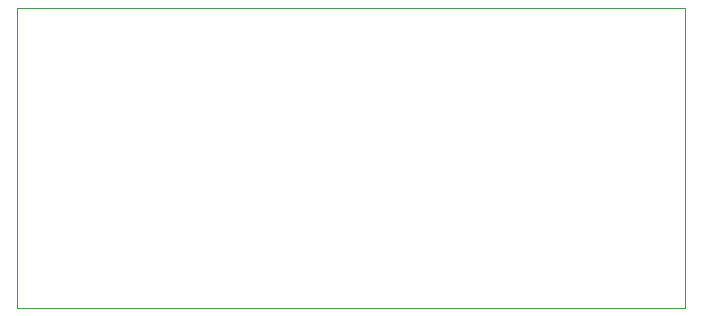
<source format=gko>
G04 Layer_Color=16711935*
%FSLAX24Y24*%
%MOIN*%
G70*
G01*
G75*
%ADD36C,0.0039*%
D36*
X12250Y14250D02*
Y24250D01*
X34500D01*
Y14250D02*
Y24250D01*
X12250Y14250D02*
X34500D01*
M02*

</source>
